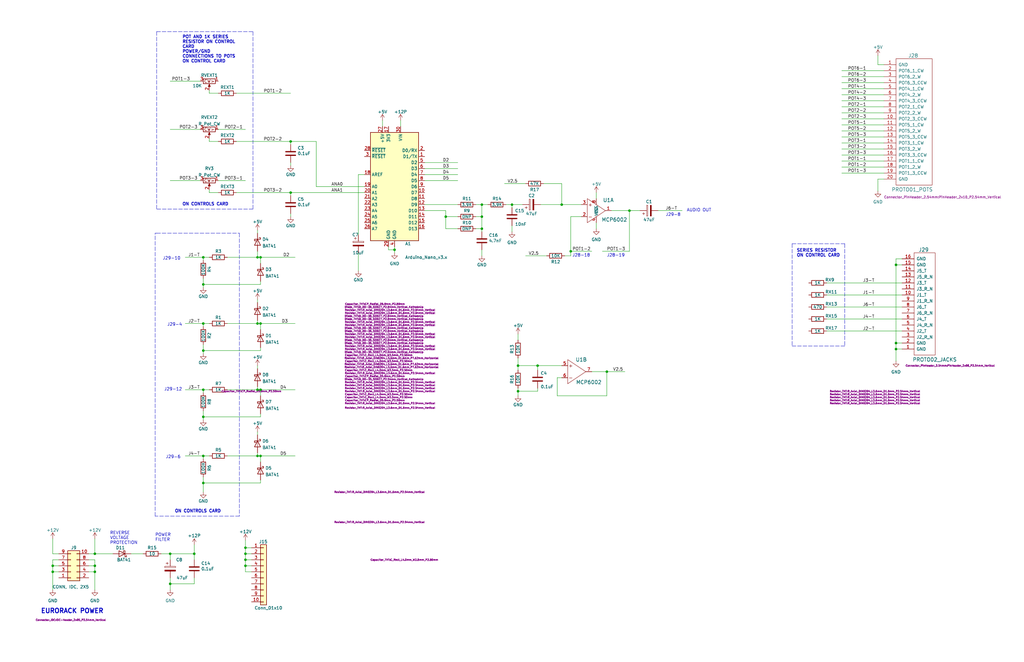
<source format=kicad_sch>
(kicad_sch (version 20211123) (generator eeschema)
  (paper "B")
  (title_block (title "ER-DRUMS") (date "2023-01-19") (rev "1") (comment 1 "Arduino MOZZI Daughtercard for ER-PROTO-02"))
  (junction (at 109.855 136.525))
  (junction (at 85.725 108.585))
  (junction (at 103.505 236.22))
  (junction (at 85.725 175.895))
  (junction (at 109.855 164.465))
  (junction (at 377.825 111.76))
  (junction (at 215.9 86.36))
  (junction (at 377.825 144.78))
  (junction (at 85.725 147.955))
  (junction (at 108.585 108.585))
  (junction (at 218.44 154.305))
  (junction (at 85.725 136.525))
  (junction (at 122.555 81.28))
  (junction (at 85.725 164.465))
  (junction (at 166.37 105.41))
  (junction (at 226.695 154.305))
  (junction (at 103.505 238.76))
  (junction (at 40.005 241.3))
  (junction (at 85.725 120.015))
  (junction (at 265.43 88.9))
  (junction (at 109.855 192.405))
  (junction (at 109.855 108.585))
  (junction (at 85.725 203.835))
  (junction (at 255.905 156.845))
  (junction (at 203.2 91.44))
  (junction (at 122.555 59.69))
  (junction (at 22.225 241.3))
  (junction (at 22.225 238.76))
  (junction (at 40.005 233.68))
  (junction (at 377.825 147.32))
  (junction (at 85.725 192.405))
  (junction (at 81.915 233.68))
  (junction (at 187.96 91.44))
  (junction (at 108.585 136.525))
  (junction (at 40.005 238.76))
  (junction (at 108.585 192.405))
  (junction (at 236.855 86.36))
  (junction (at 203.2 96.52))
  (junction (at 103.505 233.68))
  (junction (at 108.585 164.465))
  (junction (at 203.2 86.36))
  (junction (at 240.665 106.045))
  (junction (at 103.505 231.14))
  (junction (at 218.44 165.1))
  (junction (at 71.755 233.68))
  (junction (at 71.755 246.38))
  (wire (pts (xy 99.695 59.69) (xy 122.555 59.69)))
  (wire (pts (xy 348.615 139.7) (xy 380.365 139.7)))
  (wire (pts (xy 354.965 50.165) (xy 372.745 50.165)))
  (wire (pts (xy 179.07 71.12) (xy 193.04 71.12)))
  (wire (pts (xy 218.44 165.1) (xy 218.44 163.83)))
  (wire (pts (xy 85.725 207.645) (xy 85.725 203.835)))
  (wire (pts (xy 85.725 177.165) (xy 85.725 175.895)))
  (wire (pts (xy 255.905 156.845) (xy 263.525 156.845)))
  (wire (pts (xy 215.9 95.25) (xy 215.9 97.79)))
  (polyline (pts (xy 334.01 102.87) (xy 334.01 146.05)))
  (wire (pts (xy 37.465 233.68) (xy 40.005 233.68)))
  (wire (pts (xy 99.695 81.28) (xy 122.555 81.28)))
  (wire (pts (xy 85.725 120.015) (xy 85.725 117.475)))
  (wire (pts (xy 166.37 105.41) (xy 163.83 105.41)))
  (polyline (pts (xy 106.68 88.265) (xy 66.04 88.265)))
  (polyline (pts (xy 100.965 98.425) (xy 100.965 217.805)))
  (wire (pts (xy 203.2 105.41) (xy 203.2 107.95)))
  (wire (pts (xy 37.465 238.76) (xy 40.005 238.76)))
  (wire (pts (xy 218.44 140.97) (xy 218.44 143.51)))
  (wire (pts (xy 40.005 227.33) (xy 40.005 233.68)))
  (wire (pts (xy 71.755 54.61) (xy 84.455 54.61)))
  (wire (pts (xy 108.585 126.365) (xy 108.585 127.635)))
  (wire (pts (xy 71.755 233.68) (xy 67.945 233.68)))
  (wire (pts (xy 226.695 154.305) (xy 236.855 154.305)))
  (wire (pts (xy 380.365 109.22) (xy 377.825 109.22)))
  (wire (pts (xy 85.725 149.225) (xy 85.725 147.955)))
  (wire (pts (xy 108.585 106.045) (xy 108.585 108.585)))
  (wire (pts (xy 88.265 81.28) (xy 92.075 81.28)))
  (wire (pts (xy 22.225 236.22) (xy 22.225 238.76)))
  (wire (pts (xy 354.965 40.005) (xy 372.745 40.005)))
  (wire (pts (xy 108.585 191.135) (xy 108.585 192.405)))
  (wire (pts (xy 22.225 227.33) (xy 22.225 233.68)))
  (wire (pts (xy 95.885 108.585) (xy 108.585 108.585)))
  (wire (pts (xy 151.13 114.3) (xy 151.13 106.68)))
  (wire (pts (xy 109.855 164.465) (xy 109.855 167.005)))
  (wire (pts (xy 203.2 96.52) (xy 203.2 97.79)))
  (wire (pts (xy 78.105 164.465) (xy 85.725 164.465)))
  (wire (pts (xy 377.825 144.78) (xy 380.365 144.78)))
  (wire (pts (xy 218.44 165.1) (xy 226.695 165.1)))
  (polyline (pts (xy 106.68 13.335) (xy 106.68 88.265)))
  (wire (pts (xy 109.855 164.465) (xy 124.46 164.465)))
  (wire (pts (xy 234.95 167.005) (xy 255.905 167.005)))
  (wire (pts (xy 85.725 192.405) (xy 88.265 192.405)))
  (wire (pts (xy 22.225 241.3) (xy 22.225 248.92)))
  (wire (pts (xy 193.04 96.52) (xy 187.96 96.52)))
  (wire (pts (xy 108.585 136.525) (xy 109.855 136.525)))
  (wire (pts (xy 109.855 203.835) (xy 85.725 203.835)))
  (wire (pts (xy 85.725 164.465) (xy 85.725 165.735)))
  (wire (pts (xy 109.855 175.895) (xy 85.725 175.895)))
  (polyline (pts (xy 66.04 13.335) (xy 66.04 88.265)))
  (wire (pts (xy 95.885 192.405) (xy 108.585 192.405)))
  (wire (pts (xy 179.07 88.9) (xy 187.96 88.9)))
  (wire (pts (xy 166.37 106.68) (xy 166.37 105.41)))
  (wire (pts (xy 103.505 238.76) (xy 103.505 241.3)))
  (wire (pts (xy 179.07 68.58) (xy 193.04 68.58)))
  (wire (pts (xy 108.585 163.195) (xy 108.585 164.465)))
  (wire (pts (xy 153.67 73.66) (xy 151.13 73.66)))
  (wire (pts (xy 348.615 119.38) (xy 380.365 119.38)))
  (wire (pts (xy 106.045 241.3) (xy 103.505 241.3)))
  (wire (pts (xy 200.66 96.52) (xy 203.2 96.52)))
  (wire (pts (xy 354.965 37.465) (xy 372.745 37.465)))
  (polyline (pts (xy 334.01 102.87) (xy 356.235 102.87)))
  (wire (pts (xy 166.37 105.41) (xy 166.37 104.14)))
  (wire (pts (xy 109.855 147.955) (xy 85.725 147.955)))
  (wire (pts (xy 81.915 233.68) (xy 81.915 236.22)))
  (wire (pts (xy 354.965 65.405) (xy 372.745 65.405)))
  (wire (pts (xy 187.96 91.44) (xy 193.04 91.44)))
  (wire (pts (xy 103.505 236.22) (xy 103.505 238.76)))
  (wire (pts (xy 122.555 81.28) (xy 122.555 82.55)))
  (wire (pts (xy 109.855 175.895) (xy 109.855 174.625)))
  (wire (pts (xy 234.95 159.385) (xy 234.95 167.005)))
  (wire (pts (xy 377.825 147.32) (xy 380.365 147.32)))
  (wire (pts (xy 226.695 154.305) (xy 226.695 156.21)))
  (wire (pts (xy 179.07 76.2) (xy 193.04 76.2)))
  (wire (pts (xy 78.105 192.405) (xy 85.725 192.405)))
  (wire (pts (xy 179.07 86.36) (xy 193.04 86.36)))
  (wire (pts (xy 122.555 68.58) (xy 122.555 69.85)))
  (wire (pts (xy 40.005 233.68) (xy 47.625 233.68)))
  (wire (pts (xy 354.965 47.625) (xy 372.745 47.625)))
  (wire (pts (xy 249.555 106.045) (xy 240.665 106.045)))
  (wire (pts (xy 377.825 111.76) (xy 377.825 144.78)))
  (wire (pts (xy 55.245 233.68) (xy 60.325 233.68)))
  (wire (pts (xy 108.585 97.155) (xy 108.585 98.425)))
  (wire (pts (xy 109.855 147.955) (xy 109.855 146.685)))
  (wire (pts (xy 377.825 109.22) (xy 377.825 111.76)))
  (polyline (pts (xy 100.965 217.805) (xy 65.405 217.805)))
  (wire (pts (xy 85.725 192.405) (xy 85.725 193.675)))
  (wire (pts (xy 240.665 91.44) (xy 240.665 106.045)))
  (wire (pts (xy 109.855 108.585) (xy 109.855 111.125)))
  (wire (pts (xy 109.855 136.525) (xy 124.46 136.525)))
  (wire (pts (xy 88.265 59.69) (xy 88.265 58.42)))
  (wire (pts (xy 238.125 107.95) (xy 240.665 107.95)))
  (wire (pts (xy 168.91 50.8) (xy 168.91 53.34)))
  (wire (pts (xy 229.235 77.47) (xy 236.855 77.47)))
  (wire (pts (xy 354.965 57.785) (xy 372.745 57.785)))
  (wire (pts (xy 240.665 106.045) (xy 240.665 107.95)))
  (wire (pts (xy 187.96 88.9) (xy 187.96 91.44)))
  (wire (pts (xy 122.555 59.69) (xy 122.555 60.96)))
  (wire (pts (xy 203.2 96.52) (xy 203.2 91.44)))
  (wire (pts (xy 85.725 121.285) (xy 85.725 120.015)))
  (wire (pts (xy 71.755 233.68) (xy 71.755 236.22)))
  (wire (pts (xy 215.9 86.36) (xy 215.9 87.63)))
  (wire (pts (xy 88.265 59.69) (xy 92.075 59.69)))
  (wire (pts (xy 218.44 154.305) (xy 226.695 154.305)))
  (wire (pts (xy 163.83 105.41) (xy 163.83 104.14)))
  (wire (pts (xy 71.755 34.29) (xy 84.455 34.29)))
  (wire (pts (xy 354.965 42.545) (xy 372.745 42.545)))
  (wire (pts (xy 85.725 175.895) (xy 85.725 173.355)))
  (wire (pts (xy 88.265 39.37) (xy 92.075 39.37)))
  (wire (pts (xy 377.825 147.32) (xy 377.825 152.4)))
  (wire (pts (xy 103.505 238.76) (xy 106.045 238.76)))
  (wire (pts (xy 22.225 241.3) (xy 24.765 241.3)))
  (wire (pts (xy 108.585 182.245) (xy 108.585 183.515)))
  (wire (pts (xy 377.825 144.78) (xy 377.825 147.32)))
  (wire (pts (xy 255.905 156.845) (xy 249.555 156.845)))
  (wire (pts (xy 215.9 86.36) (xy 220.345 86.36)))
  (wire (pts (xy 103.505 227.965) (xy 103.505 231.14)))
  (wire (pts (xy 37.465 236.22) (xy 40.005 236.22)))
  (wire (pts (xy 81.915 229.87) (xy 81.915 233.68)))
  (wire (pts (xy 354.965 55.245) (xy 372.745 55.245)))
  (wire (pts (xy 109.855 120.015) (xy 85.725 120.015)))
  (wire (pts (xy 71.755 233.68) (xy 81.915 233.68)))
  (wire (pts (xy 85.725 164.465) (xy 88.265 164.465)))
  (wire (pts (xy 187.96 96.52) (xy 187.96 91.44)))
  (wire (pts (xy 179.07 73.66) (xy 193.04 73.66)))
  (wire (pts (xy 226.695 163.83) (xy 226.695 165.1)))
  (wire (pts (xy 108.585 192.405) (xy 109.855 192.405)))
  (wire (pts (xy 354.965 67.945) (xy 372.745 67.945)))
  (wire (pts (xy 265.43 88.9) (xy 265.43 106.045)))
  (wire (pts (xy 22.225 238.76) (xy 24.765 238.76)))
  (wire (pts (xy 370.205 75.565) (xy 370.205 80.645)))
  (wire (pts (xy 133.35 78.74) (xy 153.67 78.74)))
  (wire (pts (xy 227.965 86.36) (xy 236.855 86.36)))
  (wire (pts (xy 203.2 91.44) (xy 203.2 86.36)))
  (wire (pts (xy 354.965 29.845) (xy 372.745 29.845)))
  (wire (pts (xy 348.615 134.62) (xy 380.365 134.62)))
  (wire (pts (xy 85.725 108.585) (xy 85.725 109.855)))
  (wire (pts (xy 354.965 52.705) (xy 372.745 52.705)))
  (wire (pts (xy 108.585 135.255) (xy 108.585 136.525)))
  (wire (pts (xy 108.585 164.465) (xy 109.855 164.465)))
  (wire (pts (xy 92.075 54.61) (xy 103.505 54.61)))
  (wire (pts (xy 277.495 88.9) (xy 287.655 88.9)))
  (wire (pts (xy 108.585 108.585) (xy 109.855 108.585)))
  (wire (pts (xy 109.855 136.525) (xy 109.855 139.065)))
  (wire (pts (xy 71.755 243.84) (xy 71.755 246.38)))
  (wire (pts (xy 161.29 50.8) (xy 161.29 53.34)))
  (wire (pts (xy 240.665 91.44) (xy 245.11 91.44)))
  (wire (pts (xy 95.885 164.465) (xy 108.585 164.465)))
  (wire (pts (xy 348.615 124.46) (xy 380.365 124.46)))
  (wire (pts (xy 213.36 86.36) (xy 215.9 86.36)))
  (wire (pts (xy 40.005 241.3) (xy 40.005 248.92)))
  (wire (pts (xy 218.44 167.005) (xy 218.44 165.1)))
  (wire (pts (xy 92.075 76.2) (xy 103.505 76.2)))
  (wire (pts (xy 122.555 59.69) (xy 133.35 59.69)))
  (wire (pts (xy 40.005 236.22) (xy 40.005 238.76)))
  (wire (pts (xy 354.965 70.485) (xy 372.745 70.485)))
  (wire (pts (xy 99.695 39.37) (xy 122.555 39.37)))
  (wire (pts (xy 109.855 120.015) (xy 109.855 118.745)))
  (wire (pts (xy 81.915 246.38) (xy 81.915 243.84)))
  (polyline (pts (xy 356.235 102.87) (xy 356.235 146.05)))
  (wire (pts (xy 354.965 32.385) (xy 372.745 32.385)))
  (wire (pts (xy 354.965 73.025) (xy 372.745 73.025)))
  (polyline (pts (xy 65.405 98.425) (xy 66.04 98.425)))
  (wire (pts (xy 71.755 246.38) (xy 71.755 248.92)))
  (wire (pts (xy 108.585 154.305) (xy 108.585 155.575)))
  (wire (pts (xy 133.35 59.69) (xy 133.35 78.74)))
  (wire (pts (xy 354.965 45.085) (xy 372.745 45.085)))
  (wire (pts (xy 78.105 136.525) (xy 85.725 136.525)))
  (wire (pts (xy 236.855 159.385) (xy 234.95 159.385)))
  (wire (pts (xy 88.265 81.28) (xy 88.265 80.01)))
  (wire (pts (xy 372.745 27.305) (xy 370.205 27.305)))
  (wire (pts (xy 106.045 231.14) (xy 103.505 231.14)))
  (wire (pts (xy 109.855 203.835) (xy 109.855 202.565)))
  (polyline (pts (xy 65.405 217.805) (xy 65.405 98.425)))
  (wire (pts (xy 24.765 233.68) (xy 22.225 233.68)))
  (wire (pts (xy 236.855 86.36) (xy 236.855 77.47)))
  (polyline (pts (xy 66.04 98.425) (xy 100.965 98.425)))
  (wire (pts (xy 103.505 236.22) (xy 106.045 236.22)))
  (wire (pts (xy 218.44 154.305) (xy 218.44 156.21)))
  (wire (pts (xy 251.46 93.98) (xy 251.46 96.52)))
  (wire (pts (xy 22.225 238.76) (xy 22.225 241.3)))
  (wire (pts (xy 221.615 107.95) (xy 230.505 107.95)))
  (wire (pts (xy 85.725 108.585) (xy 88.265 108.585)))
  (wire (pts (xy 354.965 34.925) (xy 372.745 34.925)))
  (wire (pts (xy 71.755 246.38) (xy 81.915 246.38)))
  (wire (pts (xy 37.465 241.3) (xy 40.005 241.3)))
  (wire (pts (xy 354.965 62.865) (xy 372.745 62.865)))
  (wire (pts (xy 109.855 192.405) (xy 124.46 192.405)))
  (wire (pts (xy 265.43 88.9) (xy 269.875 88.9)))
  (wire (pts (xy 88.265 39.37) (xy 88.265 38.1)))
  (wire (pts (xy 218.44 151.13) (xy 218.44 154.305)))
  (wire (pts (xy 254 106.045) (xy 265.43 106.045)))
  (wire (pts (xy 251.46 81.28) (xy 251.46 83.82)))
  (polyline (pts (xy 66.04 13.335) (xy 106.68 13.335)))
  (wire (pts (xy 370.205 75.565) (xy 372.745 75.565)))
  (wire (pts (xy 200.66 91.44) (xy 203.2 91.44)))
  (wire (pts (xy 78.105 108.585) (xy 85.725 108.585)))
  (wire (pts (xy 106.045 233.68) (xy 103.505 233.68)))
  (wire (pts (xy 103.505 233.68) (xy 103.505 236.22)))
  (wire (pts (xy 71.755 76.2) (xy 84.455 76.2)))
  (wire (pts (xy 370.205 23.495) (xy 370.205 27.305)))
  (wire (pts (xy 377.825 111.76) (xy 380.365 111.76)))
  (wire (pts (xy 85.725 136.525) (xy 88.265 136.525)))
  (wire (pts (xy 85.725 136.525) (xy 85.725 137.795)))
  (wire (pts (xy 95.885 136.525) (xy 108.585 136.525)))
  (wire (pts (xy 348.615 129.54) (xy 380.365 129.54)))
  (wire (pts (xy 236.855 86.36) (xy 245.11 86.36)))
  (wire (pts (xy 85.725 203.835) (xy 85.725 201.295)))
  (wire (pts (xy 24.765 236.22) (xy 22.225 236.22)))
  (wire (pts (xy 354.965 60.325) (xy 372.745 60.325)))
  (wire (pts (xy 151.13 73.66) (xy 151.13 99.06)))
  (wire (pts (xy 257.81 88.9) (xy 265.43 88.9)))
  (wire (pts (xy 40.005 238.76) (xy 40.005 241.3)))
  (wire (pts (xy 109.855 108.585) (xy 124.46 108.585)))
  (wire (pts (xy 103.505 231.14) (xy 103.505 233.68)))
  (polyline (pts (xy 356.235 146.05) (xy 334.01 146.05)))
  (wire (pts (xy 85.725 147.955) (xy 85.725 145.415)))
  (wire (pts (xy 109.855 192.405) (xy 109.855 194.945)))
  (wire (pts (xy 255.905 167.005) (xy 255.905 156.845)))
  (wire (pts (xy 212.725 77.47) (xy 221.615 77.47)))
  (wire (pts (xy 122.555 90.17) (xy 122.555 91.44)))
  (wire (pts (xy 122.555 81.28) (xy 153.67 81.28)))
  (wire (pts (xy 203.2 86.36) (xy 205.74 86.36)))
  (wire (pts (xy 203.2 86.36) (xy 200.66 86.36)))
  (text "EURORACK POWER" (at 17.145 259.08 0) (effects (font (size 1.905 1.905) (thickness 0.381) bold) (justify left bottom)))
  (text "J28-19" (at 255.905 108.585 0) (effects (font (size 1.27 1.27)) (justify left bottom)))
  (text "AUDIO OUT" (at 289.56 89.535 0) (effects (font (size 1.27 1.27)) (justify left bottom)))
  (text "ON CONTROLS CARD" (at 73.66 216.535 0) (effects (font (size 1.27 1.27) (thickness 0.254) bold) (justify left bottom)))
  (text "J29-10" (at 68.58 109.855 0) (effects (font (size 1.27 1.27)) (justify left bottom)))
  (text "J29-4" (at 70.485 137.795 0) (effects (font (size 1.27 1.27)) (justify left bottom)))
  (text "J29-12" (at 69.215 165.1 0) (effects (font (size 1.27 1.27)) (justify left bottom)))
  (text "POWER\nFILTER" (at 65.405 228.6 0) (effects (font (size 1.27 1.27)) (justify left bottom)))
  (text "J29-8" (at 280.67 91.44 0) (effects (font (size 1.27 1.27)) (justify left bottom)))
  (text "J28-18" (at 241.3 108.585 0) (effects (font (size 1.27 1.27)) (justify left bottom)))
  (text "POT AND 1K SERIES\nRESISTOR ON CONTROL\nCARD\nPOWER/GND\nCONNECTIONS TO POTS\nON CONTROL CARD" (at 76.835 26.67 0) (effects (font (size 1.27 1.27) (thickness 0.254) bold) (justify left bottom)))
  (text "J29-6" (at 69.85 193.675 0) (effects (font (size 1.27 1.27)) (justify left bottom)))
  (text "SERIES RESISTOR\nON CONTROL CARD" (at 335.915 108.585 0) (effects (font (size 1.27 1.27) (thickness 0.254) bold) (justify left bottom)))
  (text "REVERSE\nVOLTAGE\nPROTECTION" (at 46.355 229.87 0) (effects (font (size 1.27 1.27)) (justify left bottom)))
  (text "ON CONTROLS CARD" (at 76.835 86.995 0) (effects (font (size 1.27 1.27) (thickness 0.254) bold) (justify left bottom)))
  (label "D3" (at 186.69 71.12 0))
  (label "POT3-1" (at 94.615 76.2 0))
  (label "V2.5" (at 222.885 107.95 0))
  (label "J2-T" (at 363.855 139.7 0))
  (label "POT2-3" (at 75.565 54.61 0))
  (label "D4" (at 186.69 73.66 0))
  (label "J3-T" (at 363.855 119.38 0))
  (label "POT4-2" (at 357.505 40.005 0))
  (label "POT2-2" (at 357.505 47.625 0))
  (label "POT2-2" (at 111.125 59.69 0))
  (label "V2.5" (at 258.445 156.845 0))
  (label "POT3-2" (at 111.125 81.28 0))
  (label "POT1-2" (at 111.125 39.37 0))
  (label "D2" (at 186.69 68.58 0))
  (label "POT3-3" (at 357.505 65.405 0))
  (label "J1-T" (at 363.855 124.46 0))
  (label "J6-T" (at 363.855 129.54 0))
  (label "POT3-3" (at 75.565 76.2 0))
  (label "D4" (at 118.11 164.465 0))
  (label "POT4-3" (at 357.505 42.545 0))
  (label "D5" (at 186.69 76.2 0))
  (label "POT6-2" (at 357.505 32.385 0))
  (label "J4-T" (at 363.855 134.62 0))
  (label "POT2-1" (at 94.615 54.61 0))
  (label "J2-T" (at 79.375 136.525 0))
  (label "POT5-1" (at 357.505 52.705 0))
  (label "V2.5" (at 213.995 77.47 0))
  (label "D3" (at 118.745 136.525 0))
  (label "POT4-1" (at 357.505 37.465 0))
  (label "J6-T" (at 280.67 88.9 0))
  (label "POT1-1" (at 357.505 67.945 0))
  (label "D5" (at 118.11 192.405 0))
  (label "POT3-2" (at 357.505 62.865 0))
  (label "POT6-1" (at 357.505 29.845 0))
  (label "J4-T" (at 79.375 192.405 0))
  (label "POT5-3" (at 357.505 57.785 0))
  (label "POT2-1" (at 357.505 45.085 0))
  (label "POT1-2" (at 241.3 106.045 0))
  (label "POT5-2" (at 357.505 55.245 0))
  (label "POT6-3" (at 357.505 34.925 0))
  (label "POT3-1" (at 357.505 60.325 0))
  (label "D2" (at 119.38 108.585 0))
  (label "POT2-3" (at 357.505 50.165 0))
  (label "POT1-3" (at 72.39 34.29 0))
  (label "POT1-2" (at 357.505 70.485 0))
  (label "ANA0" (at 139.7 78.74 0))
  (label "J1-T" (at 79.375 108.585 0))
  (label "POT1-3" (at 255.905 106.045 0))
  (label "ANA1" (at 139.7 81.28 0))
  (label "POT1-3" (at 357.505 73.025 0))
  (label "J3-T" (at 79.375 164.465 0))
  (symbol (lib_id "Device:C") (at 122.555 64.77 0) (unit 1)
    (property "Reference" "C3" (at 125.476 62.4586 0) (effects (justify left)))
    (property "Value" "0.1uF" (at 125.476 64.77 0) (effects (justify left)))
    (property "Footprint" "Capacitor_THT:C_Rect_L4.0mm_W2.5mm_P2.50mm" (at 145.415 149.86 0) (effects (font (size 0.762 0.762)) (justify left)))
  )
  (symbol (lib_id "Device:R") (at 234.315 107.95 270) (unit 1)
    (property "Reference" "R12" (at 234.315 110.49 90))
    (property "Value" "10K" (at 234.315 107.95 90))
    (property "Footprint" "Resistor_THT:R_Axial_DIN0204_L3.6mm_D1.6mm_P2.54mm_Vertical" (at 164.465 172.085 90) (effects (font (size 0.762 0.762))))
    (property "Datasheet" "https://www.mouser.com/ProductDetail/Xicon/299-2.2K-RC?qs=QaPBMFBEHz3RDbXknTj%252ByA%3D%3D" (effects hide))
  )
  (symbol (lib_id "Device:R") (at 85.725 197.485 0) (unit 1)
    (property "Reference" "R6" (at 88.265 197.485 90))
    (property "Value" "100K" (at 85.725 197.485 90))
    (property "Footprint" "Resistor_THT:R_Axial_DIN0204_L3.6mm_D1.6mm_P2.54mm_Vertical" (at 164.465 146.05 0) (effects (font (size 0.762 0.762))))
    (property "Datasheet" "https://www.mouser.com/ProductDetail/Xicon/299-2.2K-RC?qs=QaPBMFBEHz3RDbXknTj%252ByA%3D%3D" (effects hide))
  )
  (symbol (lib_id "Device:R") (at 225.425 77.47 270) (unit 1)
    (property "Reference" "R17" (at 225.425 80.01 90))
    (property "Value" "47K" (at 225.425 77.47 90))
    (property "Footprint" "Resistor_THT:R_Axial_DIN0204_L3.6mm_D1.6mm_P2.54mm_Vertical" (at 164.465 170.18 90) (effects (font (size 0.762 0.762))))
    (property "Datasheet" "https://www.mouser.com/ProductDetail/Xicon/299-2.2K-RC?qs=QaPBMFBEHz3RDbXknTj%252ByA%3D%3D" (effects hide))
  )
  (symbol (lib_id "power:GND") (at 40.005 248.92 0) (unit 1)
    (property "Reference" "#PWR0106" (effects hide))
    (property "Value" "GND" (at 40.005 253.4825 0))
  )
  (symbol (lib_id "Device:R") (at 92.075 192.405 90) (unit 1)
    (property "Reference" "R5" (at 92.075 189.865 90))
    (property "Value" "1K" (at 92.075 192.405 90))
    (property "Footprint" "Resistor_THT:R_Axial_DIN0204_L3.6mm_D1.6mm_P2.54mm_Vertical" (at 164.465 147.32 90) (effects (font (size 0.762 0.762))))
    (property "Datasheet" "https://www.mouser.com/ProductDetail/Xicon/299-2.2K-RC?qs=QaPBMFBEHz3RDbXknTj%252ByA%3D%3D" (effects hide))
  )
  (symbol (lib_id "power:GND") (at 377.825 152.4 0) (unit 1)
    (property "Reference" "#PWR0102" (effects hide))
    (property "Value" "GND" (at 377.825 156.9625 0))
  )
  (symbol (lib_id "power:+5V") (at 108.585 182.245 0) (unit 1)
    (property "Reference" "#PWR0120" (effects hide))
    (property "Value" "+5V" (at 108.585 178.6405 0))
  )
  (symbol (lib_id "Device:C_Polarized") (at 151.13 102.87 0) (unit 1)
    (property "Reference" "C7" (at 149.86 99.06 0))
    (property "Value" "10uF" (at 151.13 106.68 0))
    (property "Footprint" "Capacitor_THT:CP_Radial_D5.0mm_P2.50mm" (at 158.115 128.27 0) (effects (font (size 0.762 0.762))))
  )
  (symbol (lib_id "power:+5V") (at 370.205 23.495 0) (unit 1)
    (property "Reference" "#PWR0137" (effects hide))
    (property "Value" "+5V" (at 370.205 19.8905 0))
  )
  (symbol (lib_id "power:GND") (at 166.37 106.68 0) (unit 1)
    (property "Reference" "#PWR0111" (effects hide))
    (property "Value" "GND" (at 166.37 111.2425 0))
  )
  (symbol (lib_id "Device:R") (at 209.55 86.36 90) (unit 1)
    (property "Reference" "R14" (at 209.55 83.82 90))
    (property "Value" "3.9K" (at 209.55 86.36 90))
    (property "Footprint" "Resistor_THT:R_Axial_DIN0204_L3.6mm_D1.6mm_P2.54mm_Vertical" (at 164.465 165.1 90) (effects (font (size 0.762 0.762))))
    (property "Datasheet" "https://www.mouser.com/ProductDetail/Xicon/299-2.2K-RC?qs=QaPBMFBEHz3RDbXknTj%252ByA%3D%3D" (effects hide))
  )
  (symbol (lib_id "Connector_Generic:Conn_02x05_Odd_Even") (at 29.845 238.76 0) (mirror x) (unit 1)
    (property "Reference" "J9" (at 31.115 231.14 0))
    (property "Value" "CONN, IDC, 2X5" (at 29.845 247.65 0))
    (property "Footprint" "Connector_IDC:IDC-Header_2x05_P2.54mm_Vertical" (at 29.845 261.62 0) (effects (font (size 0.762 0.762))))
  )
  (symbol (lib_id "Device:R") (at 344.805 124.46 90) (unit 1) (in_bom no) (on_board no)
    (property "Reference" "RX11" (at 350.52 123.19 90))
    (property "Value" "1K" (at 344.805 124.46 90))
    (property "Footprint" "Resistor_THT:R_Axial_DIN0204_L3.6mm_D1.6mm_P2.54mm_Vertical" (at 368.935 166.37 90) (effects (font (size 0.762 0.762))))
    (property "Datasheet" "https://www.mouser.com/ProductDetail/Xicon/299-2.2K-RC?qs=QaPBMFBEHz3RDbXknTj%252ByA%3D%3D" (effects hide))
  )
  (symbol (lib_id "Device:D_Schottky") (at 109.855 142.875 270) (unit 1)
    (property "Reference" "D1" (at 111.887 141.649 90) (effects (justify left)))
    (property "Value" "BAT41" (at 111.887 144.4241 90) (effects (justify left)))
    (property "Footprint" "Diode_THT:D_DO-35_SOD27_P2.54mm_Vertical_KathodeUp" (at 161.925 138.43 90) (effects (font (size 0.762 0.762))))
  )
  (symbol (lib_id "Device:D_Schottky") (at 108.585 131.445 270) (unit 1)
    (property "Reference" "D2" (at 110.617 130.219 90) (effects (justify left)))
    (property "Value" "BAT41" (at 110.617 132.9941 90) (effects (justify left)))
    (property "Footprint" "Diode_THT:D_DO-35_SOD27_P2.54mm_Vertical_KathodeUp" (at 161.925 134.62 90) (effects (font (size 0.762 0.762))))
  )
  (symbol (lib_id "power:GND") (at 122.555 91.44 0) (unit 1)
    (property "Reference" "#PWR0124" (effects hide))
    (property "Value" "GND" (at 122.555 95.25 0))
  )
  (symbol (lib_id "Device:R") (at 218.44 147.32 180) (unit 1)
    (property "Reference" "R13" (at 215.9 147.32 90))
    (property "Value" "10K" (at 218.44 147.32 90))
    (property "Footprint" "Resistor_THT:R_Axial_DIN0204_L3.6mm_D1.6mm_P2.54mm_Vertical" (at 160.02 207.645 0) (effects (font (size 0.762 0.762))))
    (property "Datasheet" "https://www.mouser.com/ProductDetail/Xicon/299-2.2K-RC?qs=QaPBMFBEHz3RDbXknTj%252ByA%3D%3D" (effects hide))
  )
  (symbol (lib_id "Device:C") (at 122.555 86.36 0) (unit 1)
    (property "Reference" "C5" (at 125.476 84.0486 0) (effects (justify left)))
    (property "Value" "0.1uF" (at 125.476 86.36 0) (effects (justify left)))
    (property "Footprint" "Capacitor_THT:C_Rect_L4.0mm_W2.5mm_P2.50mm" (at 145.415 152.4 0) (effects (font (size 0.762 0.762)) (justify left)))
  )
  (symbol (lib_id "power:+12P") (at 81.915 229.87 0) (unit 1)
    (property "Reference" "#PWR0108" (effects hide))
    (property "Value" "+12P" (at 81.915 226.06 0))
  )
  (symbol (lib_id "power:GND") (at 85.725 121.285 0) (unit 1)
    (property "Reference" "#PWR0115" (effects hide))
    (property "Value" "GND" (at 85.725 125.095 0))
  )
  (symbol (lib_id "Device:C_Polarized") (at 71.755 240.03 0) (unit 1)
    (property "Reference" "C8" (at 75.565 236.22 0))
    (property "Value" "47uF" (at 76.835 243.84 0))
    (property "Footprint" "Capacitor_THT:CP_Radial_D5.0mm_P2.50mm" (at 158.115 158.75 0) (effects (font (size 0.762 0.762))))
  )
  (symbol (lib_id "power:GND") (at 203.2 107.95 0) (unit 1)
    (property "Reference" "#PWR0109" (effects hide))
    (property "Value" "GND" (at 203.2 111.76 0))
  )
  (symbol (lib_id "Device:D_Schottky") (at 51.435 233.68 180) (unit 1)
    (property "Reference" "D11" (at 52.705 231.14 0) (effects (justify left)))
    (property "Value" "BAT41" (at 55.245 236.22 0) (effects (justify left)))
    (property "Footprint" "Diode_THT:D_DO-35_SOD27_P2.54mm_Vertical_KathodeUp" (at 161.925 160.02 0) (effects (font (size 0.762 0.762))))
  )
  (symbol (lib_id "Device:C") (at 226.695 160.02 0) (unit 1)
    (property "Reference" "C4" (at 227.965 157.48 0) (effects (justify left)))
    (property "Value" "0.1uF" (at 227.965 163.195 0) (effects (justify left)))
    (property "Footprint" "Capacitor_THT:C_Rect_L4.0mm_W2.5mm_P2.50mm" (at 156.21 236.22 0) (effects (font (size 0.762 0.762)) (justify left)))
  )
  (symbol (lib_id "power:+12V") (at 103.505 227.965 0) (unit 1)
    (property "Reference" "#PWR01" (effects hide))
    (property "Value" "+12V" (at 103.505 224.3605 0))
  )
  (symbol (lib_id "MCU_Module:Arduino_Nano_v3.x") (at 166.37 78.74 0) (mirror y) (unit 1)
    (property "Reference" "A1" (at 170.815 102.87 0) (effects (justify right)))
    (property "Value" "Arduino_Nano_v3.x" (at 170.815 108.585 0) (effects (justify right)))
    (property "Footprint" "Module:Arduino_Nano" (effects hide))
    (property "Datasheet" "http://www.mouser.com/pdfdocs/Gravitech_Arduino_Nano3_0.pdf" (effects hide))
  )
  (symbol (lib_id "LandBoards_Conns:PROTO02_JACKS") (at 389.255 128.27 0) (mirror y) (unit 1)
    (property "Reference" "J29" (at 387.35 105.41 0) (effects (font (size 1.524 1.524)) (justify right)))
    (property "Value" "PROTO02_JACKS" (at 384.81 151.765 0) (effects (font (size 1.524 1.524)) (justify right)))
    (property "Footprint" "Connector_PinHeader_2.54mm:PinHeader_2x08_P2.54mm_Vertical" (at 400.685 154.305 0) (effects (font (size 0.762 0.762))))
  )
  (symbol (lib_id "power:+5V") (at 218.44 140.97 0) (unit 1)
    (property "Reference" "#PWR02" (effects hide))
    (property "Value" "+5V" (at 218.44 137.3655 0))
  )
  (symbol (lib_id "Device:R") (at 344.805 134.62 90) (unit 1) (in_bom no) (on_board no)
    (property "Reference" "RX15" (at 350.52 133.35 90))
    (property "Value" "1K" (at 344.805 134.62 90))
    (property "Footprint" "Resistor_THT:R_Axial_DIN0204_L3.6mm_D1.6mm_P2.54mm_Vertical" (at 368.935 168.91 90) (effects (font (size 0.762 0.762))))
    (property "Datasheet" "https://www.mouser.com/ProductDetail/Xicon/299-2.2K-RC?qs=QaPBMFBEHz3RDbXknTj%252ByA%3D%3D" (effects hide))
  )
  (symbol (lib_id "power:+5V") (at 161.29 50.8 0) (unit 1)
    (property "Reference" "#PWR0113" (effects hide))
    (property "Value" "+5V" (at 161.29 47.1955 0))
  )
  (symbol (lib_id "Device:R") (at 344.805 139.7 90) (unit 1) (in_bom no) (on_board no)
    (property "Reference" "RX17" (at 350.52 138.43 90))
    (property "Value" "1K" (at 344.805 139.7 90))
    (property "Footprint" "Resistor_THT:R_Axial_DIN0204_L3.6mm_D1.6mm_P2.54mm_Vertical" (at 368.935 170.18 90) (effects (font (size 0.762 0.762))))
    (property "Datasheet" "https://www.mouser.com/ProductDetail/Xicon/299-2.2K-RC?qs=QaPBMFBEHz3RDbXknTj%252ByA%3D%3D" (effects hide))
  )
  (symbol (lib_id "Device:R") (at 85.725 169.545 0) (unit 1)
    (property "Reference" "R8" (at 88.265 169.545 90))
    (property "Value" "100K" (at 85.725 169.545 90))
    (property "Footprint" "Resistor_THT:R_Axial_DIN0204_L3.6mm_D1.6mm_P2.54mm_Vertical" (at 164.465 140.97 0) (effects (font (size 0.762 0.762))))
    (property "Datasheet" "https://www.mouser.com/ProductDetail/Xicon/299-2.2K-RC?qs=QaPBMFBEHz3RDbXknTj%252ByA%3D%3D" (effects hide))
  )
  (symbol (lib_id "Device:D_Schottky") (at 109.855 114.935 270) (unit 1)
    (property "Reference" "D3" (at 111.887 113.709 90) (effects (justify left)))
    (property "Value" "BAT41" (at 111.887 116.4841 90) (effects (justify left)))
    (property "Footprint" "Diode_THT:D_DO-35_SOD27_P2.54mm_Vertical_KathodeUp" (at 161.925 133.35 90) (effects (font (size 0.762 0.762))))
  )
  (symbol (lib_id "Device:R") (at 92.075 136.525 90) (unit 1)
    (property "Reference" "R1" (at 92.075 133.985 90))
    (property "Value" "1K" (at 92.075 136.525 90))
    (property "Footprint" "Resistor_THT:R_Axial_DIN0204_L3.6mm_D1.6mm_P2.54mm_Vertical" (at 164.465 137.16 90) (effects (font (size 0.762 0.762))))
    (property "Datasheet" "https://www.mouser.com/ProductDetail/Xicon/299-2.2K-RC?qs=QaPBMFBEHz3RDbXknTj%252ByA%3D%3D" (effects hide))
  )
  (symbol (lib_id "power:+12V") (at 40.005 227.33 0) (unit 1)
    (property "Reference" "#PWR0105" (effects hide))
    (property "Value" "+12V" (at 40.005 223.7255 0))
  )
  (symbol (lib_id "Device:D_Schottky") (at 108.585 102.235 270) (unit 1)
    (property "Reference" "D4" (at 110.617 101.009 90) (effects (justify left)))
    (property "Value" "BAT41" (at 110.617 103.7841 90) (effects (justify left)))
    (property "Footprint" "Diode_THT:D_DO-35_SOD27_P2.54mm_Vertical_KathodeUp" (at 161.925 129.54 90) (effects (font (size 0.762 0.762))))
  )
  (symbol (lib_id "LandBoards_Conns:R_Pot_CW") (at 88.265 34.29 270) (unit 1) (in_bom no) (on_board no)
    (property "Reference" "RVEXT1" (at 88.265 31.75 90))
    (property "Value" "10K" (at 83.185 36.195 90))
  )
  (symbol (lib_id "Device:R") (at 344.805 129.54 90) (unit 1) (in_bom no) (on_board no)
    (property "Reference" "RX13" (at 350.52 128.27 90))
    (property "Value" "470" (at 344.805 129.54 90))
    (property "Footprint" "Resistor_THT:R_Axial_DIN0204_L3.6mm_D1.6mm_P2.54mm_Vertical" (at 368.935 167.64 90) (effects (font (size 0.762 0.762))))
    (property "Datasheet" "https://www.mouser.com/ProductDetail/Xicon/299-2.2K-RC?qs=QaPBMFBEHz3RDbXknTj%252ByA%3D%3D" (effects hide))
  )
  (symbol (lib_id "Device:R") (at 344.805 119.38 90) (unit 1) (in_bom no) (on_board no)
    (property "Reference" "RX9" (at 349.885 118.11 90))
    (property "Value" "1K" (at 344.805 119.38 90))
    (property "Footprint" "Resistor_THT:R_Axial_DIN0204_L3.6mm_D1.6mm_P2.54mm_Vertical" (at 368.935 165.1 90) (effects (font (size 0.762 0.762))))
    (property "Datasheet" "https://www.mouser.com/ProductDetail/Xicon/299-2.2K-RC?qs=QaPBMFBEHz3RDbXknTj%252ByA%3D%3D" (effects hide))
  )
  (symbol (lib_id "power:GND") (at 215.9 97.79 0) (unit 1)
    (property "Reference" "#PWR0131" (effects hide))
    (property "Value" "GND" (at 215.9 102.3525 0))
  )
  (symbol (lib_id "power:GND") (at 218.44 167.005 0) (unit 1)
    (property "Reference" "#PWR03" (effects hide))
    (property "Value" "GND" (at 218.44 170.815 0))
  )
  (symbol (lib_id "Device:C") (at 215.9 91.44 0) (unit 1)
    (property "Reference" "C15" (at 217.17 88.9 0) (effects (justify left)))
    (property "Value" "10nF" (at 217.17 94.615 0) (effects (justify left)))
    (property "Footprint" "Capacitor_THT:C_Rect_L4.0mm_W2.5mm_P2.50mm" (at 145.415 167.64 0) (effects (font (size 0.762 0.762)) (justify left)))
  )
  (symbol (lib_id "LandBoards_Semis:MCP6002") (at 251.46 88.9 0) (unit 1)
    (property "Reference" "U1" (at 256.54 84.455 0) (effects (font (size 1.524 1.524))))
    (property "Value" "MCP6002" (at 259.08 92.71 0) (effects (font (size 1.524 1.524))))
  )
  (symbol (lib_id "power:GND") (at 151.13 114.3 0) (unit 1)
    (property "Reference" "#PWR0110" (effects hide))
    (property "Value" "GND" (at 151.13 118.11 0))
  )
  (symbol (lib_id "Device:D_Schottky") (at 108.585 159.385 270) (unit 1)
    (property "Reference" "D8" (at 110.617 158.159 90) (effects (justify left)))
    (property "Value" "BAT41" (at 110.617 160.9341 90) (effects (justify left)))
    (property "Footprint" "Diode_THT:D_DO-35_SOD27_P2.54mm_Vertical_KathodeUp" (at 161.925 139.7 90) (effects (font (size 0.762 0.762))))
  )
  (symbol (lib_name "R_Pot_CW_1") (lib_id "LandBoards_Conns:R_Pot_CW") (at 88.265 76.2 270) (unit 1) (in_bom no) (on_board no)
    (property "Reference" "RV3" (at 88.265 71.0999 90))
    (property "Value" "R_Pot_CW" (at 88.265 73.875 90))
  )
  (symbol (lib_id "power:GND") (at 85.725 149.225 0) (unit 1)
    (property "Reference" "#PWR0123" (effects hide))
    (property "Value" "GND" (at 85.725 153.035 0))
  )
  (symbol (lib_id "Device:R") (at 85.725 113.665 0) (unit 1)
    (property "Reference" "R4" (at 88.265 113.665 90))
    (property "Value" "100K" (at 85.725 113.665 90))
    (property "Footprint" "Resistor_THT:R_Axial_DIN0204_L3.6mm_D1.6mm_P2.54mm_Vertical" (at 164.465 130.81 0) (effects (font (size 0.762 0.762))))
    (property "Datasheet" "https://www.mouser.com/ProductDetail/Xicon/299-2.2K-RC?qs=QaPBMFBEHz3RDbXknTj%252ByA%3D%3D" (effects hide))
  )
  (symbol (lib_id "power:+5V") (at 251.46 81.28 0) (unit 1)
    (property "Reference" "#PWR04" (effects hide))
    (property "Value" "+5V" (at 251.46 77.6755 0))
  )
  (symbol (lib_id "Device:R") (at 196.85 86.36 90) (unit 1)
    (property "Reference" "R11" (at 196.85 83.82 90))
    (property "Value" "3.9K" (at 196.85 86.36 90))
    (property "Footprint" "Resistor_THT:R_Axial_DIN0204_L3.6mm_D1.6mm_P2.54mm_Vertical" (at 164.465 161.29 90) (effects (font (size 0.762 0.762))))
    (property "Datasheet" "https://www.mouser.com/ProductDetail/Xicon/299-2.2K-RC?qs=QaPBMFBEHz3RDbXknTj%252ByA%3D%3D" (effects hide))
  )
  (symbol (lib_id "Device:R") (at 196.85 91.44 90) (unit 1)
    (property "Reference" "R9" (at 196.85 88.9 90))
    (property "Value" "DNP" (at 196.85 91.44 90))
    (property "Footprint" "Resistor_THT:R_Axial_DIN0204_L3.6mm_D1.6mm_P2.54mm_Vertical" (at 164.465 162.56 90) (effects (font (size 0.762 0.762))))
    (property "Datasheet" "https://www.mouser.com/ProductDetail/Xicon/299-2.2K-RC?qs=QaPBMFBEHz3RDbXknTj%252ByA%3D%3D" (effects hide))
  )
  (symbol (lib_id "power:+5V") (at 108.585 154.305 0) (unit 1)
    (property "Reference" "#PWR0122" (effects hide))
    (property "Value" "+5V" (at 108.585 150.7005 0))
  )
  (symbol (lib_id "power:GND") (at 251.46 96.52 0) (unit 1)
    (property "Reference" "#PWR05" (effects hide))
    (property "Value" "GND" (at 251.46 101.0825 0))
  )
  (symbol (lib_name "PROTO01_POTS_1") (lib_id "LandBoards_Conns:PROTO01_POTS") (at 384.175 51.435 0) (mirror y) (unit 1)
    (property "Reference" "J28" (at 382.905 23.495 0) (effects (font (size 1.524 1.524)) (justify right)))
    (property "Value" "PROTO01_POTS" (at 375.92 80.01 0) (effects (font (size 1.524 1.524)) (justify right)))
    (property "Footprint" "Connector_PinHeader_2.54mm:PinHeader_2x10_P2.54mm_Vertical" (at 372.745 83.185 0) (effects (font (size 1 1)) (justify right)))
  )
  (symbol (lib_id "power:GND") (at 122.555 69.85 0) (unit 1)
    (property "Reference" "#PWR0127" (effects hide))
    (property "Value" "GND" (at 122.555 73.66 0))
  )
  (symbol (lib_id "Device:R") (at 92.075 108.585 90) (unit 1)
    (property "Reference" "R3" (at 92.075 106.045 90))
    (property "Value" "1K" (at 92.075 108.585 90))
    (property "Footprint" "Resistor_THT:R_Axial_DIN0204_L3.6mm_D1.6mm_P2.54mm_Vertical" (at 164.465 132.08 90) (effects (font (size 0.762 0.762))))
    (property "Datasheet" "https://www.mouser.com/ProductDetail/Xicon/299-2.2K-RC?qs=QaPBMFBEHz3RDbXknTj%252ByA%3D%3D" (effects hide))
  )
  (symbol (lib_name "R_Pot_CW_5") (lib_id "LandBoards_Conns:R_Pot_CW") (at 88.265 54.61 270) (unit 1) (in_bom no) (on_board no)
    (property "Reference" "RVEXT2" (at 88.265 49.5099 90))
    (property "Value" "R_Pot_CW" (at 88.265 52.285 90))
  )
  (symbol (lib_id "power:+5V") (at 108.585 97.155 0) (unit 1)
    (property "Reference" "#PWR0118" (effects hide))
    (property "Value" "+5V" (at 108.585 93.5505 0))
  )
  (symbol (lib_id "Device:C_Polarized") (at 273.685 88.9 90) (unit 1)
    (property "Reference" "C1" (at 273.685 85.09 90))
    (property "Value" "47uF" (at 273.685 92.71 90))
    (property "Footprint" "Capacitor_THT:CP_Radial_D5.0mm_P2.50mm" (at 158.115 168.91 90) (effects (font (size 0.762 0.762))))
  )
  (symbol (lib_id "Device:D_Schottky") (at 108.585 187.325 270) (unit 1)
    (property "Reference" "D6" (at 110.617 186.099 90) (effects (justify left)))
    (property "Value" "BAT41" (at 110.617 188.8741 90) (effects (justify left)))
    (property "Footprint" "Diode_THT:D_DO-35_SOD27_P2.54mm_Vertical_KathodeUp" (at 161.925 144.78 90) (effects (font (size 0.762 0.762))))
  )
  (symbol (lib_id "Device:C") (at 81.915 240.03 0) (unit 1)
    (property "Reference" "C14" (at 84.836 237.7186 0) (effects (justify left)))
    (property "Value" "0.1uF" (at 84.836 240.03 0) (effects (justify left)))
    (property "Footprint" "Capacitor_THT:C_Rect_L4.0mm_W2.5mm_P2.50mm" (at 145.415 156.21 0) (effects (font (size 0.762 0.762)) (justify left)))
  )
  (symbol (lib_id "Device:R") (at 218.44 160.02 180) (unit 1)
    (property "Reference" "R16" (at 215.9 160.02 90))
    (property "Value" "10K" (at 218.44 160.02 90))
    (property "Footprint" "Resistor_THT:R_Axial_DIN0204_L3.6mm_D1.6mm_P2.54mm_Vertical" (at 160.02 220.345 0) (effects (font (size 0.762 0.762))))
    (property "Datasheet" "https://www.mouser.com/ProductDetail/Xicon/299-2.2K-RC?qs=QaPBMFBEHz3RDbXknTj%252ByA%3D%3D" (effects hide))
  )
  (symbol (lib_id "Connector_Generic:Conn_01x10") (at 111.125 241.3 0) (unit 1)
    (property "Reference" "J15" (at 109.22 228.6 0) (effects (justify left)))
    (property "Value" "Conn_01x10" (at 107.315 256.54 0) (effects (justify left)))
    (property "Footprint" "Connector_PinHeader_2.54mm:PinHeader_1x10_P2.54mm_Vertical" (effects hide))
  )
  (symbol (lib_id "Device:D_Schottky") (at 109.855 198.755 270) (unit 1)
    (property "Reference" "D5" (at 111.887 197.529 90) (effects (justify left)))
    (property "Value" "BAT41" (at 111.887 200.3041 90) (effects (justify left)))
    (property "Footprint" "Diode_THT:D_DO-35_SOD27_P2.54mm_Vertical_KathodeUp" (at 161.925 148.59 90) (effects (font (size 0.762 0.762))))
  )
  (symbol (lib_id "power:GND") (at 71.755 248.92 0) (unit 1)
    (property "Reference" "#PWR0112" (effects hide))
    (property "Value" "GND" (at 71.755 253.4825 0))
  )
  (symbol (lib_id "Device:R") (at 92.075 164.465 90) (unit 1)
    (property "Reference" "R7" (at 92.075 161.925 90))
    (property "Value" "1K" (at 92.075 164.465 90))
    (property "Footprint" "Resistor_THT:R_Axial_DIN0204_L3.6mm_D1.6mm_P2.54mm_Vertical" (at 164.465 142.24 90) (effects (font (size 0.762 0.762))))
    (property "Datasheet" "https://www.mouser.com/ProductDetail/Xicon/299-2.2K-RC?qs=QaPBMFBEHz3RDbXknTj%252ByA%3D%3D" (effects hide))
  )
  (symbol (lib_id "power:GND") (at 370.205 80.645 0) (unit 1)
    (property "Reference" "#PWR0101" (effects hide))
    (property "Value" "GND" (at 370.205 85.2075 0))
  )
  (symbol (lib_id "Device:C") (at 203.2 101.6 0) (unit 1)
    (property "Reference" "C16" (at 206.121 99.2886 0) (effects (justify left)))
    (property "Value" "4.7nF" (at 206.121 101.6 0) (effects (justify left)))
    (property "Footprint" "Capacitor_THT:C_Rect_L4.0mm_W2.5mm_P2.50mm" (at 145.415 166.37 0) (effects (font (size 0.762 0.762)) (justify left)))
  )
  (symbol (lib_id "Device:D_Schottky") (at 109.855 170.815 270) (unit 1)
    (property "Reference" "D7" (at 111.887 169.589 90) (effects (justify left)))
    (property "Value" "BAT41" (at 111.887 172.3641 90) (effects (justify left)))
    (property "Footprint" "Diode_THT:D_DO-35_SOD27_P2.54mm_Vertical_KathodeUp" (at 161.925 143.51 90) (effects (font (size 0.762 0.762))))
  )
  (symbol (lib_id "Device:R") (at 196.85 96.52 90) (unit 1)
    (property "Reference" "R10" (at 196.85 93.98 90))
    (property "Value" "DNP" (at 196.85 96.52 90))
    (property "Footprint" "Resistor_THT:R_Axial_DIN0204_L3.6mm_D1.6mm_P2.54mm_Vertical" (at 164.465 163.83 90) (effects (font (size 0.762 0.762))))
    (property "Datasheet" "https://www.mouser.com/ProductDetail/Xicon/299-2.2K-RC?qs=QaPBMFBEHz3RDbXknTj%252ByA%3D%3D" (effects hide))
  )
  (symbol (lib_id "Device:R") (at 85.725 141.605 0) (unit 1)
    (property "Reference" "R2" (at 88.265 141.605 90))
    (property "Value" "100K" (at 85.725 141.605 90))
    (property "Footprint" "Resistor_THT:R_Axial_DIN0204_L3.6mm_D1.6mm_P2.54mm_Vertical" (at 164.465 135.89 0) (effects (font (size 0.762 0.762))))
    (property "Datasheet" "https://www.mouser.com/ProductDetail/Xicon/299-2.2K-RC?qs=QaPBMFBEHz3RDbXknTj%252ByA%3D%3D" (effects hide))
  )
  (symbol (lib_id "power:+5V") (at 108.585 126.365 0) (unit 1)
    (property "Reference" "#PWR0116" (effects hide))
    (property "Value" "+5V" (at 108.585 122.7605 0))
  )
  (symbol (lib_id "power:GND") (at 22.225 248.92 0) (unit 1)
    (property "Reference" "#PWR0103" (effects hide))
    (property "Value" "GND" (at 22.225 253.4825 0))
  )
  (symbol (lib_id "LandBoards_Semis:MCP6002") (at 243.205 156.845 0) (unit 2)
    (property "Reference" "U1" (at 245.11 151.765 0) (effects (font (size 1.524 1.524))))
    (property "Value" "MCP6002" (at 248.285 161.29 0) (effects (font (size 1.524 1.524))))
  )
  (symbol (lib_id "Device:R") (at 95.885 39.37 90) (unit 1) (in_bom no) (on_board no)
    (property "Reference" "REXT1" (at 95.885 36.83 90))
    (property "Value" "1K" (at 95.885 39.37 90))
    (property "Footprint" "Resistor_THT:R_Axial_DIN0204_L3.6mm_D1.6mm_P7.62mm_Horizontal" (at 165.1 151.13 90) (effects (font (size 0.762 0.762))))
    (property "Datasheet" "https://www.mouser.com/ProductDetail/Xicon/299-2.2K-RC?qs=QaPBMFBEHz3RDbXknTj%252ByA%3D%3D" (effects hide))
  )
  (symbol (lib_id "Device:C_Polarized") (at 224.155 86.36 90) (unit 1)
    (property "Reference" "C2" (at 224.155 82.55 90))
    (property "Value" "47uF" (at 224.155 90.17 90))
    (property "Footprint" "Capacitor_THT:CP_Radial_D5.0mm_P2.50mm" (at 106.045 165.1 90) (effects (font (size 0.762 0.762))))
  )
  (symbol (lib_id "power:+12P") (at 168.91 50.8 0) (unit 1)
    (property "Reference" "#PWR0104" (effects hide))
    (property "Value" "+12P" (at 168.91 47.1955 0))
  )
  (symbol (lib_id "power:+12V") (at 22.225 227.33 0) (unit 1)
    (property "Reference" "#PWR0107" (effects hide))
    (property "Value" "+12V" (at 22.225 223.7255 0))
  )
  (symbol (lib_id "Device:R") (at 95.885 59.69 90) (unit 1) (in_bom no) (on_board no)
    (property "Reference" "REXT2" (at 95.885 57.15 90))
    (property "Value" "1K" (at 95.885 59.69 90))
    (property "Footprint" "Resistor_THT:R_Axial_DIN0204_L3.6mm_D1.6mm_P7.62mm_Horizontal" (at 165.1 153.67 90) (effects (font (size 0.762 0.762))))
    (property "Datasheet" "https://www.mouser.com/ProductDetail/Xicon/299-2.2K-RC?qs=QaPBMFBEHz3RDbXknTj%252ByA%3D%3D" (effects hide))
  )
  (symbol (lib_id "Device:R") (at 95.885 81.28 90) (unit 1) (in_bom no) (on_board no)
    (property "Reference" "REXT3" (at 95.885 78.74 90))
    (property "Value" "1K" (at 95.885 81.28 90))
    (property "Footprint" "Resistor_THT:R_Axial_DIN0204_L3.6mm_D1.6mm_P7.62mm_Horizontal" (at 165.1 154.94 90) (effects (font (size 0.762 0.762))))
    (property "Datasheet" "https://www.mouser.com/ProductDetail/Xicon/299-2.2K-RC?qs=QaPBMFBEHz3RDbXknTj%252ByA%3D%3D" (effects hide))
  )
  (symbol (lib_id "power:GND") (at 85.725 177.165 0) (unit 1)
    (property "Reference" "#PWR0121" (effects hide))
    (property "Value" "GND" (at 85.725 180.975 0))
  )
  (symbol (lib_id "power:GND") (at 85.725 207.645 0) (unit 1)
    (property "Reference" "#PWR0119" (effects hide))
    (property "Value" "GND" (at 85.725 211.455 0))
  )
  (symbol (lib_id "Device:R") (at 64.135 233.68 90) (unit 1)
    (property "Reference" "R15" (at 64.135 231.14 90))
    (property "Value" "10" (at 64.135 233.68 90))
    (property "Footprint" "Resistor_THT:R_Axial_DIN0204_L3.6mm_D1.6mm_P2.54mm_Vertical" (at 164.465 157.48 90) (effects (font (size 0.762 0.762))))
    (property "Datasheet" "https://www.mouser.com/ProductDetail/Xicon/299-2.2K-RC?qs=QaPBMFBEHz3RDbXknTj%252ByA%3D%3D" (effects hide))
  )
)
</source>
